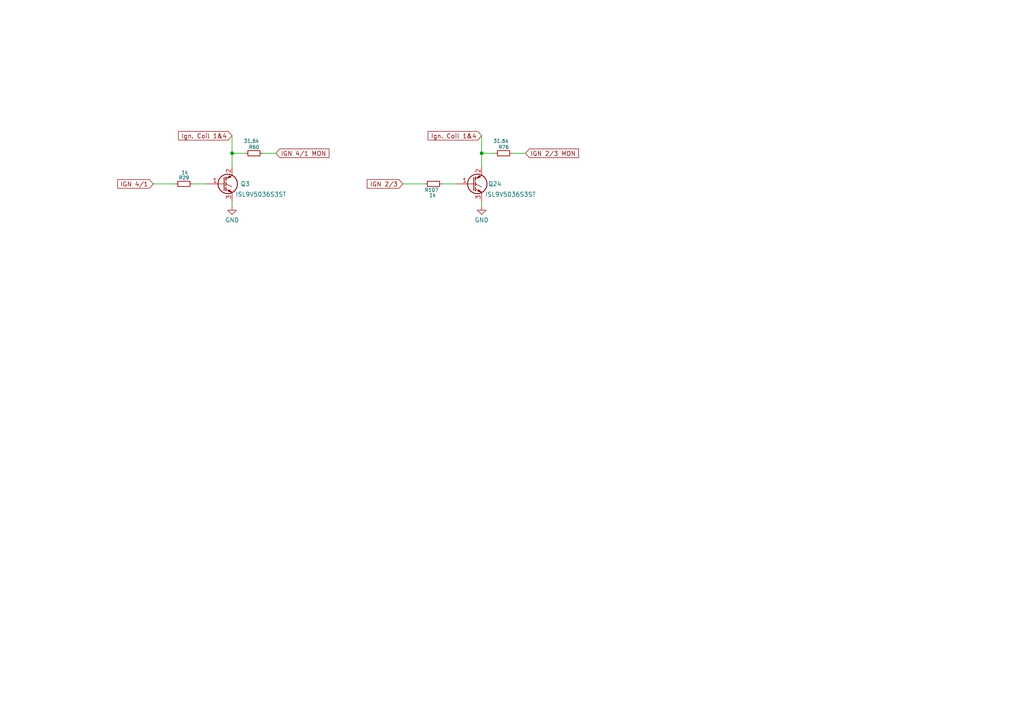
<source format=kicad_sch>
(kicad_sch
	(version 20250114)
	(generator "eeschema")
	(generator_version "9.0")
	(uuid "0a18bcea-cdb2-4add-a0be-beab0898a042")
	(paper "A4")
	(lib_symbols
		(symbol "Device:Q_NIGBT_GCE"
			(pin_names
				(offset 0)
				(hide yes)
			)
			(exclude_from_sim no)
			(in_bom yes)
			(on_board yes)
			(property "Reference" "Q"
				(at 5.08 1.27 0)
				(effects
					(font
						(size 1.27 1.27)
					)
					(justify left)
				)
			)
			(property "Value" "Q_NIGBT_GCE"
				(at 5.08 -1.27 0)
				(effects
					(font
						(size 1.27 1.27)
					)
					(justify left)
				)
			)
			(property "Footprint" ""
				(at 5.08 2.54 0)
				(effects
					(font
						(size 1.27 1.27)
					)
					(hide yes)
				)
			)
			(property "Datasheet" "~"
				(at 0 0 0)
				(effects
					(font
						(size 1.27 1.27)
					)
					(hide yes)
				)
			)
			(property "Description" "N-IGBT transistor, gate/collector/emitter"
				(at 0 0 0)
				(effects
					(font
						(size 1.27 1.27)
					)
					(hide yes)
				)
			)
			(property "ki_keywords" "transistor IGBT N-IGBT"
				(at 0 0 0)
				(effects
					(font
						(size 1.27 1.27)
					)
					(hide yes)
				)
			)
			(symbol "Q_NIGBT_GCE_0_1"
				(polyline
					(pts
						(xy 0.254 1.905) (xy 0.254 -1.905) (xy 0.254 -1.905)
					)
					(stroke
						(width 0.254)
						(type default)
					)
					(fill
						(type none)
					)
				)
				(polyline
					(pts
						(xy 0.762 2.032) (xy 0.762 1.016)
					)
					(stroke
						(width 0.254)
						(type default)
					)
					(fill
						(type none)
					)
				)
				(polyline
					(pts
						(xy 0.762 0.508) (xy 0.762 -0.508)
					)
					(stroke
						(width 0.254)
						(type default)
					)
					(fill
						(type none)
					)
				)
				(polyline
					(pts
						(xy 0.762 -1.016) (xy 0.762 -2.032)
					)
					(stroke
						(width 0.254)
						(type default)
					)
					(fill
						(type none)
					)
				)
				(circle
					(center 1.27 0)
					(radius 2.8194)
					(stroke
						(width 0.254)
						(type default)
					)
					(fill
						(type none)
					)
				)
				(polyline
					(pts
						(xy 1.397 -2.159) (xy 1.651 -1.651) (xy 2.54 -2.413) (xy 1.397 -2.159)
					)
					(stroke
						(width 0)
						(type default)
					)
					(fill
						(type outline)
					)
				)
				(polyline
					(pts
						(xy 2.159 1.905) (xy 1.905 2.413) (xy 1.016 1.651) (xy 2.159 1.905)
					)
					(stroke
						(width 0)
						(type default)
					)
					(fill
						(type outline)
					)
				)
				(polyline
					(pts
						(xy 2.54 2.413) (xy 0.762 1.524)
					)
					(stroke
						(width 0)
						(type default)
					)
					(fill
						(type none)
					)
				)
				(polyline
					(pts
						(xy 2.54 -0.889) (xy 0.762 0)
					)
					(stroke
						(width 0)
						(type default)
					)
					(fill
						(type none)
					)
				)
				(polyline
					(pts
						(xy 2.54 -2.413) (xy 0.762 -1.524)
					)
					(stroke
						(width 0)
						(type default)
					)
					(fill
						(type none)
					)
				)
			)
			(symbol "Q_NIGBT_GCE_1_1"
				(pin input line
					(at -5.08 0 0)
					(length 5.334)
					(name "G"
						(effects
							(font
								(size 1.27 1.27)
							)
						)
					)
					(number "1"
						(effects
							(font
								(size 1.27 1.27)
							)
						)
					)
				)
				(pin passive line
					(at 2.54 5.08 270)
					(length 2.54)
					(name "C"
						(effects
							(font
								(size 1.27 1.27)
							)
						)
					)
					(number "2"
						(effects
							(font
								(size 1.27 1.27)
							)
						)
					)
				)
				(pin passive line
					(at 2.54 -5.08 90)
					(length 2.54)
					(name "E"
						(effects
							(font
								(size 1.27 1.27)
							)
						)
					)
					(number "3"
						(effects
							(font
								(size 1.27 1.27)
							)
						)
					)
				)
			)
			(embedded_fonts no)
		)
		(symbol "Device:R_Small"
			(pin_numbers
				(hide yes)
			)
			(pin_names
				(offset 0.254)
				(hide yes)
			)
			(exclude_from_sim no)
			(in_bom yes)
			(on_board yes)
			(property "Reference" "R"
				(at 0 0 90)
				(effects
					(font
						(size 1.016 1.016)
					)
				)
			)
			(property "Value" "R_Small"
				(at 1.778 0 90)
				(effects
					(font
						(size 1.27 1.27)
					)
				)
			)
			(property "Footprint" ""
				(at 0 0 0)
				(effects
					(font
						(size 1.27 1.27)
					)
					(hide yes)
				)
			)
			(property "Datasheet" "~"
				(at 0 0 0)
				(effects
					(font
						(size 1.27 1.27)
					)
					(hide yes)
				)
			)
			(property "Description" "Resistor, small symbol"
				(at 0 0 0)
				(effects
					(font
						(size 1.27 1.27)
					)
					(hide yes)
				)
			)
			(property "ki_keywords" "R resistor"
				(at 0 0 0)
				(effects
					(font
						(size 1.27 1.27)
					)
					(hide yes)
				)
			)
			(property "ki_fp_filters" "R_*"
				(at 0 0 0)
				(effects
					(font
						(size 1.27 1.27)
					)
					(hide yes)
				)
			)
			(symbol "R_Small_0_1"
				(rectangle
					(start -0.762 1.778)
					(end 0.762 -1.778)
					(stroke
						(width 0.2032)
						(type default)
					)
					(fill
						(type none)
					)
				)
			)
			(symbol "R_Small_1_1"
				(pin passive line
					(at 0 2.54 270)
					(length 0.762)
					(name "~"
						(effects
							(font
								(size 1.27 1.27)
							)
						)
					)
					(number "1"
						(effects
							(font
								(size 1.27 1.27)
							)
						)
					)
				)
				(pin passive line
					(at 0 -2.54 90)
					(length 0.762)
					(name "~"
						(effects
							(font
								(size 1.27 1.27)
							)
						)
					)
					(number "2"
						(effects
							(font
								(size 1.27 1.27)
							)
						)
					)
				)
			)
			(embedded_fonts no)
		)
		(symbol "power:GND"
			(power)
			(pin_numbers
				(hide yes)
			)
			(pin_names
				(offset 0)
				(hide yes)
			)
			(exclude_from_sim no)
			(in_bom yes)
			(on_board yes)
			(property "Reference" "#PWR"
				(at 0 -6.35 0)
				(effects
					(font
						(size 1.27 1.27)
					)
					(hide yes)
				)
			)
			(property "Value" "GND"
				(at 0 -3.81 0)
				(effects
					(font
						(size 1.27 1.27)
					)
				)
			)
			(property "Footprint" ""
				(at 0 0 0)
				(effects
					(font
						(size 1.27 1.27)
					)
					(hide yes)
				)
			)
			(property "Datasheet" ""
				(at 0 0 0)
				(effects
					(font
						(size 1.27 1.27)
					)
					(hide yes)
				)
			)
			(property "Description" "Power symbol creates a global label with name \"GND\" , ground"
				(at 0 0 0)
				(effects
					(font
						(size 1.27 1.27)
					)
					(hide yes)
				)
			)
			(property "ki_keywords" "global power"
				(at 0 0 0)
				(effects
					(font
						(size 1.27 1.27)
					)
					(hide yes)
				)
			)
			(symbol "GND_0_1"
				(polyline
					(pts
						(xy 0 0) (xy 0 -1.27) (xy 1.27 -1.27) (xy 0 -2.54) (xy -1.27 -1.27) (xy 0 -1.27)
					)
					(stroke
						(width 0)
						(type default)
					)
					(fill
						(type none)
					)
				)
			)
			(symbol "GND_1_1"
				(pin power_in line
					(at 0 0 270)
					(length 0)
					(name "~"
						(effects
							(font
								(size 1.27 1.27)
							)
						)
					)
					(number "1"
						(effects
							(font
								(size 1.27 1.27)
							)
						)
					)
				)
			)
			(embedded_fonts no)
		)
	)
	(junction
		(at 139.7 44.45)
		(diameter 0)
		(color 0 0 0 0)
		(uuid "7120566c-4fce-4ee8-8e75-3e7b5ae749e9")
	)
	(junction
		(at 67.31 44.45)
		(diameter 0)
		(color 0 0 0 0)
		(uuid "b0a992d1-124f-48af-b479-2c3ecde69a4e")
	)
	(wire
		(pts
			(xy 67.31 44.45) (xy 71.12 44.45)
		)
		(stroke
			(width 0)
			(type default)
		)
		(uuid "1e286627-4b20-45e1-90a5-8fe7de3ec0e7")
	)
	(wire
		(pts
			(xy 116.84 53.34) (xy 123.19 53.34)
		)
		(stroke
			(width 0)
			(type default)
		)
		(uuid "22ef013a-6cac-4406-8d65-249f106e3ed6")
	)
	(wire
		(pts
			(xy 139.7 58.42) (xy 139.7 59.69)
		)
		(stroke
			(width 0)
			(type default)
		)
		(uuid "34741903-b392-400b-9af6-d0f0a0beeba5")
	)
	(wire
		(pts
			(xy 67.31 44.45) (xy 67.31 48.26)
		)
		(stroke
			(width 0)
			(type default)
		)
		(uuid "3b19d1a4-29f3-4d19-a7bf-c919bd3ad079")
	)
	(wire
		(pts
			(xy 44.45 53.34) (xy 50.8 53.34)
		)
		(stroke
			(width 0)
			(type default)
		)
		(uuid "5346d8bc-f9af-4d9e-9fae-55ad227042e0")
	)
	(wire
		(pts
			(xy 55.88 53.34) (xy 59.69 53.34)
		)
		(stroke
			(width 0)
			(type default)
		)
		(uuid "537fda8a-0bf4-45d8-a2ac-b49dfafdb0d2")
	)
	(wire
		(pts
			(xy 128.27 53.34) (xy 132.08 53.34)
		)
		(stroke
			(width 0)
			(type default)
		)
		(uuid "5936d887-b5a9-4e84-8977-fad85f69a083")
	)
	(wire
		(pts
			(xy 67.31 39.37) (xy 67.31 44.45)
		)
		(stroke
			(width 0)
			(type default)
		)
		(uuid "696f92ef-28a2-4a88-b572-96529168fe06")
	)
	(wire
		(pts
			(xy 76.2 44.45) (xy 80.01 44.45)
		)
		(stroke
			(width 0)
			(type default)
		)
		(uuid "766825aa-9fad-4e02-ab93-9d06dcc6b74d")
	)
	(wire
		(pts
			(xy 139.7 44.45) (xy 143.51 44.45)
		)
		(stroke
			(width 0)
			(type default)
		)
		(uuid "797c2a73-934a-4b4a-b766-3756efd73c44")
	)
	(wire
		(pts
			(xy 139.7 39.37) (xy 139.7 44.45)
		)
		(stroke
			(width 0)
			(type default)
		)
		(uuid "910fd59d-93fa-43a7-a204-730035dd383e")
	)
	(wire
		(pts
			(xy 139.7 44.45) (xy 139.7 48.26)
		)
		(stroke
			(width 0)
			(type default)
		)
		(uuid "92f3911c-1224-4fd8-8650-a921fe1e2547")
	)
	(wire
		(pts
			(xy 148.59 44.45) (xy 152.4 44.45)
		)
		(stroke
			(width 0)
			(type default)
		)
		(uuid "ad2f5fd3-959f-48d9-991c-25fd1fbde07b")
	)
	(wire
		(pts
			(xy 67.31 58.42) (xy 67.31 59.69)
		)
		(stroke
			(width 0)
			(type default)
		)
		(uuid "cb061609-e588-4f2d-96e8-1b0b94b08005")
	)
	(global_label "Ign. Coil 1&4"
		(shape input)
		(at 139.7 39.37 180)
		(fields_autoplaced yes)
		(effects
			(font
				(size 1.27 1.27)
			)
			(justify right)
		)
		(uuid "06d9b1c3-845d-4c78-b585-70188a6ee4a4")
		(property "Intersheetrefs" "${INTERSHEET_REFS}"
			(at 123.5916 39.37 0)
			(effects
				(font
					(size 1.27 1.27)
				)
				(justify right)
				(hide yes)
			)
		)
	)
	(global_label "IGN 4/1"
		(shape input)
		(at 44.45 53.34 180)
		(fields_autoplaced yes)
		(effects
			(font
				(size 1.27 1.27)
			)
			(justify right)
		)
		(uuid "54d3f69c-f6b7-4230-ba12-eab621a579db")
		(property "Intersheetrefs" "${INTERSHEET_REFS}"
			(at 33.5424 53.34 0)
			(effects
				(font
					(size 1.27 1.27)
				)
				(justify right)
				(hide yes)
			)
		)
	)
	(global_label "Ign. Coil 1&4"
		(shape input)
		(at 67.31 39.37 180)
		(fields_autoplaced yes)
		(effects
			(font
				(size 1.27 1.27)
			)
			(justify right)
		)
		(uuid "60dd62f5-4974-4e36-b363-4db520b24cc5")
		(property "Intersheetrefs" "${INTERSHEET_REFS}"
			(at 51.2016 39.37 0)
			(effects
				(font
					(size 1.27 1.27)
				)
				(justify right)
				(hide yes)
			)
		)
	)
	(global_label "IGN 4{slash}1 MON"
		(shape input)
		(at 80.01 44.45 0)
		(fields_autoplaced yes)
		(effects
			(font
				(size 1.27 1.27)
			)
			(justify left)
		)
		(uuid "731b3472-373e-4095-b251-3813736d55d0")
		(property "Intersheetrefs" "${INTERSHEET_REFS}"
			(at 95.9976 44.45 0)
			(effects
				(font
					(size 1.27 1.27)
				)
				(justify left)
				(hide yes)
			)
		)
	)
	(global_label "IGN 2/3"
		(shape input)
		(at 116.84 53.34 180)
		(fields_autoplaced yes)
		(effects
			(font
				(size 1.27 1.27)
			)
			(justify right)
		)
		(uuid "85b09d84-f040-4ec9-b385-0899bb7393a5")
		(property "Intersheetrefs" "${INTERSHEET_REFS}"
			(at 105.9324 53.34 0)
			(effects
				(font
					(size 1.27 1.27)
				)
				(justify right)
				(hide yes)
			)
		)
	)
	(global_label "IGN 2/3 MON"
		(shape input)
		(at 152.4 44.45 0)
		(fields_autoplaced yes)
		(effects
			(font
				(size 1.27 1.27)
			)
			(justify left)
		)
		(uuid "c5eeb904-644d-4724-92fa-cc5ef97427ce")
		(property "Intersheetrefs" "${INTERSHEET_REFS}"
			(at 168.3876 44.45 0)
			(effects
				(font
					(size 1.27 1.27)
				)
				(justify left)
				(hide yes)
			)
		)
	)
	(symbol
		(lib_id "Device:R_Small")
		(at 53.34 53.34 270)
		(unit 1)
		(exclude_from_sim no)
		(in_bom yes)
		(on_board yes)
		(dnp no)
		(uuid "3a126769-5b0b-40b3-80e2-6cef63552288")
		(property "Reference" "R29"
			(at 51.816 51.562 90)
			(effects
				(font
					(size 1.016 1.016)
				)
				(justify left)
			)
		)
		(property "Value" "1k"
			(at 52.578 50.038 90)
			(effects
				(font
					(size 1.06 1.06)
				)
				(justify left)
			)
		)
		(property "Footprint" ""
			(at 53.34 53.34 0)
			(effects
				(font
					(size 1.27 1.27)
				)
				(hide yes)
			)
		)
		(property "Datasheet" "~"
			(at 53.34 53.34 0)
			(effects
				(font
					(size 1.27 1.27)
				)
				(hide yes)
			)
		)
		(property "Description" "Resistor, small symbol"
			(at 53.34 53.34 0)
			(effects
				(font
					(size 1.27 1.27)
				)
				(hide yes)
			)
		)
		(pin "2"
			(uuid "c010de62-9a19-49a9-98b5-d27b37f9c837")
		)
		(pin "1"
			(uuid "1227e2b1-1aa7-4d7a-8056-11710319f06a")
		)
		(instances
			(project "5wy19_converted"
				(path "/abd366a8-4ac6-4ee7-9079-ac453affd4f2/3c1d2749-c93e-417f-8348-409e066cb267"
					(reference "R29")
					(unit 1)
				)
			)
		)
	)
	(symbol
		(lib_id "Device:Q_NIGBT_GCE")
		(at 64.77 53.34 0)
		(unit 1)
		(exclude_from_sim no)
		(in_bom yes)
		(on_board yes)
		(dnp no)
		(uuid "4e8f3b99-b1a9-4ce5-8e9c-a1c174609eb2")
		(property "Reference" "Q3"
			(at 71.12 53.34 0)
			(effects
				(font
					(size 1.27 1.27)
				)
			)
		)
		(property "Value" "ISL9V5036S3ST"
			(at 75.692 56.388 0)
			(effects
				(font
					(size 1.27 1.27)
				)
			)
		)
		(property "Footprint" ""
			(at 69.85 50.8 0)
			(effects
				(font
					(size 1.27 1.27)
				)
				(hide yes)
			)
		)
		(property "Datasheet" "~"
			(at 64.77 53.34 0)
			(effects
				(font
					(size 1.27 1.27)
				)
				(hide yes)
			)
		)
		(property "Description" "N-IGBT transistor, gate/collector/emitter"
			(at 64.77 53.34 0)
			(effects
				(font
					(size 1.27 1.27)
				)
				(hide yes)
			)
		)
		(pin "1"
			(uuid "a1aed03e-b618-4185-8f31-69f3b7d19957")
		)
		(pin "3"
			(uuid "118c7465-6777-4502-a95e-beb80a92426c")
		)
		(pin "2"
			(uuid "9e8f89e6-8b4b-4935-8648-20ae772eb0f6")
		)
		(instances
			(project "5wy19_converted"
				(path "/abd366a8-4ac6-4ee7-9079-ac453affd4f2/3c1d2749-c93e-417f-8348-409e066cb267"
					(reference "Q3")
					(unit 1)
				)
			)
		)
	)
	(symbol
		(lib_id "Device:R_Small")
		(at 73.66 44.45 270)
		(unit 1)
		(exclude_from_sim no)
		(in_bom yes)
		(on_board yes)
		(dnp no)
		(uuid "77e2acea-2728-414d-83c2-8ff7da72a87b")
		(property "Reference" "R60"
			(at 72.136 42.672 90)
			(effects
				(font
					(size 1.016 1.016)
				)
				(justify left)
			)
		)
		(property "Value" "31.6k"
			(at 70.612 40.894 90)
			(effects
				(font
					(size 1.06 1.06)
				)
				(justify left)
			)
		)
		(property "Footprint" ""
			(at 73.66 44.45 0)
			(effects
				(font
					(size 1.27 1.27)
				)
				(hide yes)
			)
		)
		(property "Datasheet" "~"
			(at 73.66 44.45 0)
			(effects
				(font
					(size 1.27 1.27)
				)
				(hide yes)
			)
		)
		(property "Description" "Resistor, small symbol"
			(at 73.66 44.45 0)
			(effects
				(font
					(size 1.27 1.27)
				)
				(hide yes)
			)
		)
		(pin "2"
			(uuid "436a2de7-10c0-4d63-841c-09c3251c695c")
		)
		(pin "1"
			(uuid "a054e9a4-95ad-4734-87d5-f4ddb2c63546")
		)
		(instances
			(project "5wy19_converted"
				(path "/abd366a8-4ac6-4ee7-9079-ac453affd4f2/3c1d2749-c93e-417f-8348-409e066cb267"
					(reference "R60")
					(unit 1)
				)
			)
		)
	)
	(symbol
		(lib_id "power:GND")
		(at 139.7 59.69 0)
		(unit 1)
		(exclude_from_sim no)
		(in_bom yes)
		(on_board yes)
		(dnp no)
		(fields_autoplaced yes)
		(uuid "8156c778-a374-4325-a076-36c7473b2064")
		(property "Reference" "#PWR028"
			(at 139.7 66.04 0)
			(effects
				(font
					(size 1.27 1.27)
				)
				(hide yes)
			)
		)
		(property "Value" "GND"
			(at 139.7 63.8231 0)
			(effects
				(font
					(size 1.27 1.27)
				)
			)
		)
		(property "Footprint" ""
			(at 139.7 59.69 0)
			(effects
				(font
					(size 1.27 1.27)
				)
				(hide yes)
			)
		)
		(property "Datasheet" ""
			(at 139.7 59.69 0)
			(effects
				(font
					(size 1.27 1.27)
				)
				(hide yes)
			)
		)
		(property "Description" "Power symbol creates a global label with name \"GND\" , ground"
			(at 139.7 59.69 0)
			(effects
				(font
					(size 1.27 1.27)
				)
				(hide yes)
			)
		)
		(pin "1"
			(uuid "770643c1-b7c7-4bb8-9554-a1d0e3c58a9d")
		)
		(instances
			(project "5wy19_converted"
				(path "/abd366a8-4ac6-4ee7-9079-ac453affd4f2/3c1d2749-c93e-417f-8348-409e066cb267"
					(reference "#PWR028")
					(unit 1)
				)
			)
		)
	)
	(symbol
		(lib_id "Device:Q_NIGBT_GCE")
		(at 137.16 53.34 0)
		(unit 1)
		(exclude_from_sim no)
		(in_bom yes)
		(on_board yes)
		(dnp no)
		(uuid "adebecf9-ca7a-4988-a66b-3f9f833953da")
		(property "Reference" "Q24"
			(at 143.51 53.34 0)
			(effects
				(font
					(size 1.27 1.27)
				)
			)
		)
		(property "Value" "ISL9V5036S3ST"
			(at 148.082 56.388 0)
			(effects
				(font
					(size 1.27 1.27)
				)
			)
		)
		(property "Footprint" ""
			(at 142.24 50.8 0)
			(effects
				(font
					(size 1.27 1.27)
				)
				(hide yes)
			)
		)
		(property "Datasheet" "~"
			(at 137.16 53.34 0)
			(effects
				(font
					(size 1.27 1.27)
				)
				(hide yes)
			)
		)
		(property "Description" "N-IGBT transistor, gate/collector/emitter"
			(at 137.16 53.34 0)
			(effects
				(font
					(size 1.27 1.27)
				)
				(hide yes)
			)
		)
		(pin "1"
			(uuid "762a2b12-1256-48b4-9a78-b2bcfa8860c2")
		)
		(pin "3"
			(uuid "83604667-4d23-4285-ae70-a9e31ed51810")
		)
		(pin "2"
			(uuid "d615691a-ec7c-4f41-93e4-f3c61c85741f")
		)
		(instances
			(project "5wy19_converted"
				(path "/abd366a8-4ac6-4ee7-9079-ac453affd4f2/3c1d2749-c93e-417f-8348-409e066cb267"
					(reference "Q24")
					(unit 1)
				)
			)
		)
	)
	(symbol
		(lib_id "Device:R_Small")
		(at 146.05 44.45 270)
		(unit 1)
		(exclude_from_sim no)
		(in_bom yes)
		(on_board yes)
		(dnp no)
		(uuid "b0bad075-af2f-48a7-b45c-068d4a186dbd")
		(property "Reference" "R76"
			(at 144.526 42.672 90)
			(effects
				(font
					(size 1.016 1.016)
				)
				(justify left)
			)
		)
		(property "Value" "31.6k"
			(at 143.002 40.894 90)
			(effects
				(font
					(size 1.06 1.06)
				)
				(justify left)
			)
		)
		(property "Footprint" ""
			(at 146.05 44.45 0)
			(effects
				(font
					(size 1.27 1.27)
				)
				(hide yes)
			)
		)
		(property "Datasheet" "~"
			(at 146.05 44.45 0)
			(effects
				(font
					(size 1.27 1.27)
				)
				(hide yes)
			)
		)
		(property "Description" "Resistor, small symbol"
			(at 146.05 44.45 0)
			(effects
				(font
					(size 1.27 1.27)
				)
				(hide yes)
			)
		)
		(pin "2"
			(uuid "e8fd699d-b9eb-4de8-9c84-552a9dc40902")
		)
		(pin "1"
			(uuid "983a3df9-3d8c-46d1-bbe0-5da07dc27455")
		)
		(instances
			(project "5wy19_converted"
				(path "/abd366a8-4ac6-4ee7-9079-ac453affd4f2/3c1d2749-c93e-417f-8348-409e066cb267"
					(reference "R76")
					(unit 1)
				)
			)
		)
	)
	(symbol
		(lib_id "Device:R_Small")
		(at 125.73 53.34 90)
		(unit 1)
		(exclude_from_sim no)
		(in_bom yes)
		(on_board yes)
		(dnp no)
		(uuid "e0c331c6-2818-4fdd-bfd0-43acf1b48728")
		(property "Reference" "R107"
			(at 127.254 55.118 90)
			(effects
				(font
					(size 1.016 1.016)
				)
				(justify left)
			)
		)
		(property "Value" "1k"
			(at 126.492 56.642 90)
			(effects
				(font
					(size 1.06 1.06)
				)
				(justify left)
			)
		)
		(property "Footprint" ""
			(at 125.73 53.34 0)
			(effects
				(font
					(size 1.27 1.27)
				)
				(hide yes)
			)
		)
		(property "Datasheet" "~"
			(at 125.73 53.34 0)
			(effects
				(font
					(size 1.27 1.27)
				)
				(hide yes)
			)
		)
		(property "Description" "Resistor, small symbol"
			(at 125.73 53.34 0)
			(effects
				(font
					(size 1.27 1.27)
				)
				(hide yes)
			)
		)
		(pin "2"
			(uuid "993f865c-6432-43b8-b785-09f5eb2ece29")
		)
		(pin "1"
			(uuid "3a56587b-a469-4107-a73c-ddd3f5768249")
		)
		(instances
			(project "5wy19_converted"
				(path "/abd366a8-4ac6-4ee7-9079-ac453affd4f2/3c1d2749-c93e-417f-8348-409e066cb267"
					(reference "R107")
					(unit 1)
				)
			)
		)
	)
	(symbol
		(lib_id "power:GND")
		(at 67.31 59.69 0)
		(unit 1)
		(exclude_from_sim no)
		(in_bom yes)
		(on_board yes)
		(dnp no)
		(fields_autoplaced yes)
		(uuid "fb900dcf-59f8-4f09-8acc-0c9a14bfe7c6")
		(property "Reference" "#PWR027"
			(at 67.31 66.04 0)
			(effects
				(font
					(size 1.27 1.27)
				)
				(hide yes)
			)
		)
		(property "Value" "GND"
			(at 67.31 63.8231 0)
			(effects
				(font
					(size 1.27 1.27)
				)
			)
		)
		(property "Footprint" ""
			(at 67.31 59.69 0)
			(effects
				(font
					(size 1.27 1.27)
				)
				(hide yes)
			)
		)
		(property "Datasheet" ""
			(at 67.31 59.69 0)
			(effects
				(font
					(size 1.27 1.27)
				)
				(hide yes)
			)
		)
		(property "Description" "Power symbol creates a global label with name \"GND\" , ground"
			(at 67.31 59.69 0)
			(effects
				(font
					(size 1.27 1.27)
				)
				(hide yes)
			)
		)
		(pin "1"
			(uuid "7a46304c-0447-426f-b698-226129fdad2b")
		)
		(instances
			(project "5wy19_converted"
				(path "/abd366a8-4ac6-4ee7-9079-ac453affd4f2/3c1d2749-c93e-417f-8348-409e066cb267"
					(reference "#PWR027")
					(unit 1)
				)
			)
		)
	)
)

</source>
